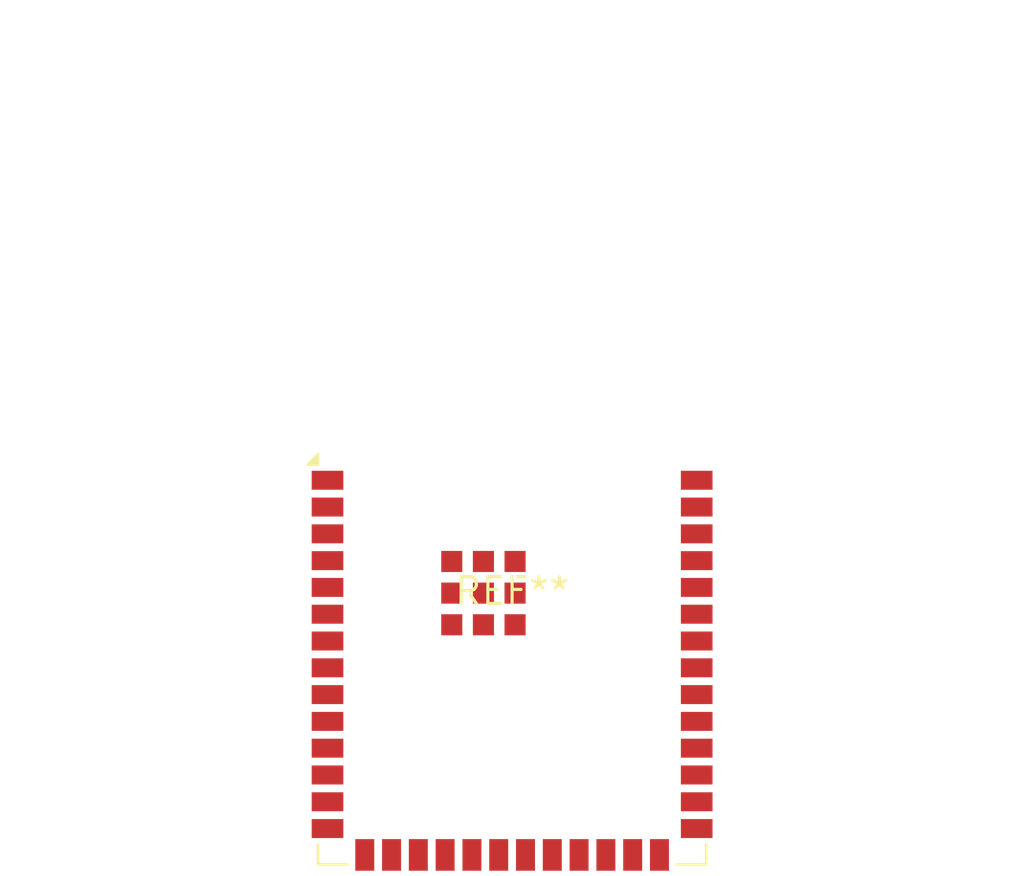
<source format=kicad_pcb>
(kicad_pcb (version 20240108) (generator pcbnew)
  (layers (0 "F.Cu" signal) (31 "B.Cu" signal) (34 "B.Paste" user) (35 "F.Paste" user) (36 "B.SilkS" user "B.Silkscreen") (37 "F.SilkS" user "F.Silkscreen") (38 "B.Mask" user) (39 "F.Mask" user) (44 "Edge.Cuts" user))
  (net 0 "")
  (footprint "ESP32-S3-WROOM-2" (layer "F.Cu") (at 0 0)
    (property "Reference" "REF**")
    (property "Value" "ESP32-S3-WROOM-2")
    (fp_line (start -9.2 12.95) (end -9.2 12) (layer "F.SilkS") (stroke (width 0.12)))
    (fp_line (start -7.8 12.95) (end -9.2 12.95) (layer "F.SilkS") (stroke (width 0.12)))
    (fp_line (start 7.8 12.95) (end 9.2 12.95) (layer "F.SilkS") (stroke (width 0.12)))
    (fp_line (start 9.2 12.95) (end 9.2 12) (layer "F.SilkS") (stroke (width 0.12)))
    (fp_poly (pts (xy -9.2 -6) (xy -9.7 -6) (xy -9.2 -6.5) (xy -9.2 -6)) (layer "F.SilkS") (stroke (width 0.12)) (fill solid))
    (pad "1" smd rect (at -8.75 -5.26) (size 1.5 0.9) (layers "F.Cu" "F.Paste" "F.Mask"))
    (pad "2" smd rect (at -8.75 -3.99) (size 1.5 0.9) (layers "F.Cu" "F.Paste" "F.Mask"))
    (pad "3" smd rect (at -8.75 -2.72) (size 1.5 0.9) (layers "F.Cu" "F.Paste" "F.Mask"))
    (pad "4" smd rect (at -8.75 -1.45) (size 1.5 0.9) (layers "F.Cu" "F.Paste" "F.Mask"))
    (pad "5" smd rect (at -8.75 -0.18) (size 1.5 0.9) (layers "F.Cu" "F.Paste" "F.Mask"))
    (pad "6" smd rect (at -8.75 1.09) (size 1.5 0.9) (layers "F.Cu" "F.Paste" "F.Mask"))
    (pad "7" smd rect (at -8.75 2.36) (size 1.5 0.9) (layers "F.Cu" "F.Paste" "F.Mask"))
    (pad "8" smd rect (at -8.75 3.63) (size 1.5 0.9) (layers "F.Cu" "F.Paste" "F.Mask"))
    (pad "9" smd rect (at -8.75 4.9) (size 1.5 0.9) (layers "F.Cu" "F.Paste" "F.Mask"))
    (pad "10" smd rect (at -8.75 6.17) (size 1.5 0.9) (layers "F.Cu" "F.Paste" "F.Mask"))
    (pad "11" smd rect (at -8.75 7.44) (size 1.5 0.9) (layers "F.Cu" "F.Paste" "F.Mask"))
    (pad "12" smd rect (at -8.75 8.71) (size 1.5 0.9) (layers "F.Cu" "F.Paste" "F.Mask"))
    (pad "13" smd rect (at -8.75 9.98) (size 1.5 0.9) (layers "F.Cu" "F.Paste" "F.Mask"))
    (pad "14" smd rect (at -8.75 11.25) (size 1.5 0.9) (layers "F.Cu" "F.Paste" "F.Mask"))
    (pad "15" smd rect (at -6.985 12.5 90) (size 1.5 0.9) (layers "F.Cu" "F.Paste" "F.Mask"))
    (pad "16" smd rect (at -5.715 12.5 90) (size 1.5 0.9) (layers "F.Cu" "F.Paste" "F.Mask"))
    (pad "17" smd rect (at -4.445 12.5 90) (size 1.5 0.9) (layers "F.Cu" "F.Paste" "F.Mask"))
    (pad "18" smd rect (at -3.175 12.5 90) (size 1.5 0.9) (layers "F.Cu" "F.Paste" "F.Mask"))
    (pad "19" smd rect (at -1.905 12.5 90) (size 1.5 0.9) (layers "F.Cu" "F.Paste" "F.Mask"))
    (pad "20" smd rect (at -0.635 12.5 90) (size 1.5 0.9) (layers "F.Cu" "F.Paste" "F.Mask"))
    (pad "21" smd rect (at 0.635 12.5 90) (size 1.5 0.9) (layers "F.Cu" "F.Paste" "F.Mask"))
    (pad "22" smd rect (at 1.905 12.5 90) (size 1.5 0.9) (layers "F.Cu" "F.Paste" "F.Mask"))
    (pad "23" smd rect (at 3.175 12.5 90) (size 1.5 0.9) (layers "F.Cu" "F.Paste" "F.Mask"))
    (pad "24" smd rect (at 4.445 12.5 90) (size 1.5 0.9) (layers "F.Cu" "F.Paste" "F.Mask"))
    (pad "25" smd rect (at 5.715 12.5 90) (size 1.5 0.9) (layers "F.Cu" "F.Paste" "F.Mask"))
    (pad "26" smd rect (at 6.985 12.5 90) (size 1.5 0.9) (layers "F.Cu" "F.Paste" "F.Mask"))
    (pad "27" smd rect (at 8.75 11.25) (size 1.5 0.9) (layers "F.Cu" "F.Paste" "F.Mask"))
    (pad "28" smd rect (at 8.75 9.98) (size 1.5 0.9) (layers "F.Cu" "F.Paste" "F.Mask"))
    (pad "29" smd rect (at 8.75 8.71) (size 1.5 0.9) (layers "F.Cu" "F.Paste" "F.Mask"))
    (pad "30" smd rect (at 8.75 7.44) (size 1.5 0.9) (layers "F.Cu" "F.Paste" "F.Mask"))
    (pad "31" smd rect (at 8.75 6.17) (size 1.5 0.9) (layers "F.Cu" "F.Paste" "F.Mask"))
    (pad "32" smd rect (at 8.75 4.9) (size 1.5 0.9) (layers "F.Cu" "F.Paste" "F.Mask"))
    (pad "33" smd rect (at 8.75 3.63) (size 1.5 0.9) (layers "F.Cu" "F.Paste" "F.Mask"))
    (pad "34" smd rect (at 8.75 2.36) (size 1.5 0.9) (layers "F.Cu" "F.Paste" "F.Mask"))
    (pad "35" smd rect (at 8.75 1.09) (size 1.5 0.9) (layers "F.Cu" "F.Paste" "F.Mask"))
    (pad "36" smd rect (at 8.75 -0.18) (size 1.5 0.9) (layers "F.Cu" "F.Paste" "F.Mask"))
    (pad "37" smd rect (at 8.75 -1.45) (size 1.5 0.9) (layers "F.Cu" "F.Paste" "F.Mask"))
    (pad "38" smd rect (at 8.75 -2.72) (size 1.5 0.9) (layers "F.Cu" "F.Paste" "F.Mask"))
    (pad "39" smd rect (at 8.75 -3.99) (size 1.5 0.9) (layers "F.Cu" "F.Paste" "F.Mask"))
    (pad "40" smd rect (at 8.75 -5.26) (size 1.5 0.9) (layers "F.Cu" "F.Paste" "F.Mask"))
    (pad "41" smd rect (at -2.86 -1.41) (size 1 1) (layers "F.Cu" "F.Paste" "F.Mask"))
    (pad "41" thru_hole circle (at -2.86 -0.66) (size 0.6 0.6) (drill 0.2) (layers *.Cu *.Mask) (remove_unused_layers))
    (pad "41" smd rect (at -2.86 0.09) (size 1 1) (layers "F.Cu" "F.Paste" "F.Mask"))
    (pad "41" thru_hole circle (at -2.86 0.84) (size 0.6 0.6) (drill 0.2) (layers *.Cu *.Mask) (remove_unused_layers))
    (pad "41" smd rect (at -2.86 1.59) (size 1 1) (layers "F.Cu" "F.Paste" "F.Mask"))
    (pad "41" thru_hole circle (at -2.11 -1.41) (size 0.6 0.6) (drill 0.2) (layers *.Cu *.Mask) (remove_unused_layers))
    (pad "41" thru_hole circle (at -2.11 0.09) (size 0.6 0.6) (drill 0.2) (layers *.Cu *.Mask) (remove_unused_layers))
    (pad "41" thru_hole circle (at -2.11 1.59) (size 0.6 0.6) (drill 0.2) (layers *.Cu *.Mask) (remove_unused_layers))
    (pad "41" smd rect (at -1.36 -1.41) (size 1 1) (layers "F.Cu" "F.Paste" "F.Mask"))
    (pad "41" thru_hole circle (at -1.36 -0.66) (size 0.6 0.6) (drill 0.2) (layers *.Cu *.Mask) (remove_unused_layers))
    (pad "41" smd rect (at -1.36 0.09) (size 1 1) (layers "F.Cu" "F.Paste" "F.Mask"))
    (pad "41" thru_hole circle (at -1.36 0.84) (size 0.6 0.6) (drill 0.2) (layers *.Cu *.Mask) (remove_unused_layers))
    (pad "41" smd rect (at -1.36 1.59) (size 1 1) (layers "F.Cu" "F.Paste" "F.Mask"))
    (pad "41" thru_hole circle (at -0.61 -1.41) (size 0.6 0.6) (drill 0.2) (layers *.Cu *.Mask) (remove_unused_layers))
    (pad "41" thru_hole circle (at -0.61 0.09) (size 0.6 0.6) (drill 0.2) (layers *.Cu *.Mask) (remove_unused_layers))
    (pad "41" thru_hole circle (at -0.61 1.59) (size 0.6 0.6) (drill 0.2) (layers *.Cu *.Mask) (remove_unused_layers))
    (pad "41" smd rect (at 0.14 -1.41) (size 1 1) (layers "F.Cu" "F.Paste" "F.Mask"))
    (pad "41" thru_hole circle (at 0.14 -0.66) (size 0.6 0.6) (drill 0.2) (layers *.Cu *.Mask) (remove_unused_layers))
    (pad "41" smd rect (at 0.14 0.09) (size 1 1) (layers "F.Cu" "F.Paste" "F.Mask"))
    (pad "41" thru_hole circle (at 0.14 0.84) (size 0.6 0.6) (drill 0.2) (layers *.Cu *.Mask) (remove_unused_layers))
    (pad "41" smd rect (at 0.14 1.59) (size 1 1) (layers "F.Cu" "F.Paste" "F.Mask"))
  )
)
</source>
